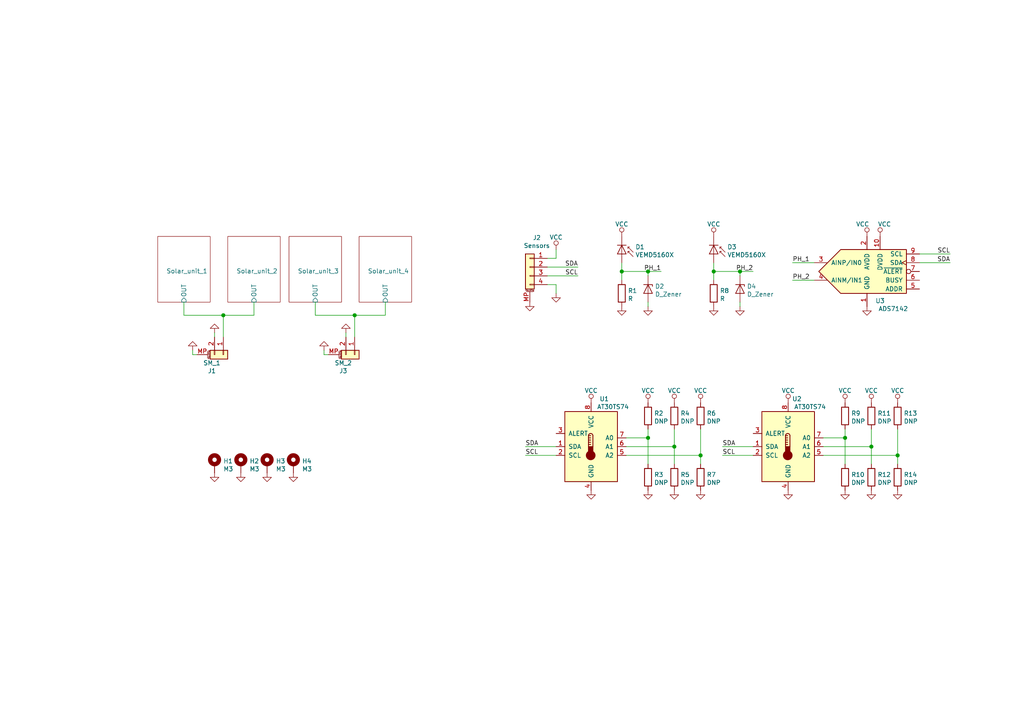
<source format=kicad_sch>
(kicad_sch (version 20210406) (generator eeschema)
  (paper "A4")
  (lib_symbols
    (symbol "Connector_Generic_MountingPin:Conn_01x02_MountingPin" (pin_names (offset 1.016) hide)
      (property "Reference" "J" (at 0 2.54 0))
      (property "Value" "Conn_01x02_MountingPin" (at 1.27 -5.08 0))
      (symbol "Conn_01x02_MountingPin_1_1"
        (text "Mounting" (at 0 -4.191 0) (effects (font (size 0.381 0.381))))
        (rectangle (start -1.27 -2.413) (end 0 -2.667) (stroke (width 0.1524)))
        (rectangle (start -1.27 0.127) (end 0 -0.127) (stroke (width 0.1524)))
        (rectangle (start -1.27 1.27) (end 1.27 -3.81) (stroke (width 0.254)) (fill (type background)))
        (polyline (pts (xy -1.016 -4.572) (xy 1.016 -4.572)) (stroke (width 0.1524)))
        (pin passive line (at -5.08 0 0) (length 3.81) (name "Pin_1") (number "1"))
        (pin passive line (at -5.08 -2.54 0) (length 3.81) (name "Pin_2") (number "2"))
        (pin passive line (at 0 -7.62 90) (length 3.048) (name "MountPin") (number "MP"))
      )
    )
    (symbol "Connector_Generic_MountingPin:Conn_01x04_MountingPin" (pin_names (offset 1.016) hide)
      (property "Reference" "J" (at 0 5.08 0))
      (property "Value" "Conn_01x04_MountingPin" (at 1.27 -7.62 0))
      (symbol "Conn_01x04_MountingPin_1_1"
        (text "Mounting" (at 0 -6.731 0) (effects (font (size 0.381 0.381))))
        (rectangle (start -1.27 -4.953) (end 0 -5.207) (stroke (width 0.1524)))
        (rectangle (start -1.27 -2.413) (end 0 -2.667) (stroke (width 0.1524)))
        (rectangle (start -1.27 0.127) (end 0 -0.127) (stroke (width 0.1524)))
        (rectangle (start -1.27 2.667) (end 0 2.413) (stroke (width 0.1524)))
        (rectangle (start -1.27 3.81) (end 1.27 -6.35) (stroke (width 0.254)) (fill (type background)))
        (polyline (pts (xy -1.016 -7.112) (xy 1.016 -7.112)) (stroke (width 0.1524)))
        (pin passive line (at -5.08 2.54 0) (length 3.81) (name "Pin_1") (number "1"))
        (pin passive line (at -5.08 0 0) (length 3.81) (name "Pin_2") (number "2"))
        (pin passive line (at -5.08 -2.54 0) (length 3.81) (name "Pin_3") (number "3"))
        (pin passive line (at -5.08 -5.08 0) (length 3.81) (name "Pin_4") (number "4"))
        (pin passive line (at 0 -10.16 90) (length 3.048) (name "MountPin") (number "MP"))
      )
    )
    (symbol "Device:D_Photo" (pin_numbers hide) (pin_names hide)
      (property "Reference" "D" (at 0.508 1.778 0))
      (property "Value" "D_Photo" (at -1.016 -2.794 0))
      (symbol "D_Photo_0_1"
        (polyline (pts (xy -2.54 1.27) (xy -2.54 -1.27)) (stroke (width 0.2032)))
        (polyline (pts (xy -2.032 1.778) (xy -1.524 1.778)))
        (polyline (pts (xy 0 0) (xy -2.54 0)))
        (polyline (pts (xy -0.508 3.302) (xy -2.032 1.778) (xy -2.032 2.286)))
        (polyline (pts (xy 0 -1.27) (xy 0 1.27) (xy -2.54 0) (xy 0 -1.27)) (stroke (width 0.2032)))
        (polyline (pts (xy 0.762 3.302) (xy -0.762 1.778) (xy -0.762 2.286) (xy -0.762 1.778) (xy -0.254 1.778)))
      )
      (symbol "D_Photo_1_1"
        (pin passive line (at -5.08 0 0) (length 2.54) (name "K") (number "1"))
        (pin passive line (at 2.54 0 180) (length 2.54) (name "A") (number "2"))
      )
    )
    (symbol "Device:D_Zener" (pin_numbers hide) (pin_names (offset 1.016) hide)
      (property "Reference" "D" (at 0 2.54 0))
      (property "Value" "D_Zener" (at 0 -2.54 0))
      (symbol "D_Zener_0_1"
        (polyline (pts (xy 1.27 0) (xy -1.27 0)))
        (polyline (pts (xy -1.27 -1.27) (xy -1.27 1.27) (xy -0.762 1.27)) (stroke (width 0.2032)))
        (polyline (pts (xy 1.27 -1.27) (xy 1.27 1.27) (xy -1.27 0) (xy 1.27 -1.27)) (stroke (width 0.2032)))
      )
      (symbol "D_Zener_1_1"
        (pin passive line (at -3.81 0 0) (length 2.54) (name "K") (number "1"))
        (pin passive line (at 3.81 0 180) (length 2.54) (name "A") (number "2"))
      )
    )
    (symbol "Device:R" (pin_numbers hide) (pin_names (offset 0))
      (property "Reference" "R" (at 2.032 0 90))
      (property "Value" "R" (at 0 0 90))
      (symbol "R_0_1"
        (rectangle (start -1.016 -2.54) (end 1.016 2.54) (stroke (width 0.254)))
      )
      (symbol "R_1_1"
        (pin passive line (at 0 3.81 270) (length 1.27) (name "~") (number "1"))
        (pin passive line (at 0 -3.81 90) (length 1.27) (name "~") (number "2"))
      )
    )
    (symbol "Mechanical:MountingHole_Pad" (pin_numbers hide) (pin_names (offset 1.016) hide)
      (property "Reference" "H" (at 0 6.35 0))
      (property "Value" "MountingHole_Pad" (at 0 4.445 0))
      (symbol "MountingHole_Pad_0_1"
        (circle (center 0 1.27) (radius 1.27) (stroke (width 1.27)))
      )
      (symbol "MountingHole_Pad_1_1"
        (pin input line (at 0 -2.54 90) (length 2.54) (name "1") (number "1"))
      )
    )
    (symbol "TCY_IC:ADS7142" (pin_names (offset 1.016))
      (property "Reference" "U" (at -7.62 -7.62 0))
      (property "Value" "ADS7142" (at 3.81 -7.62 0))
      (symbol "ADS7142_0_1"
        (polyline (pts (xy -13.97 0) (xy -7.62 6.35) (xy 11.43 6.35) (xy 11.43 -6.35) (xy -7.62 -6.35) (xy -13.97 0)) (stroke (width 0.254)) (fill (type background)))
      )
      (symbol "ADS7142_1_1"
        (pin power_in line (at 0 -10.16 90) (length 3.81) (name "GND") (number "1"))
        (pin power_in line (at 3.81 10.16 270) (length 3.81) (name "DVDD") (number "10"))
        (pin power_in line (at 0 -10.16 90) (length 3.81) hide (name "E_PAD") (number "11"))
        (pin power_in line (at 0 10.16 270) (length 3.81) (name "AVDD") (number "2"))
        (pin input line (at -15.24 2.54 0) (length 3.81) (name "AINP/IN0") (number "3"))
        (pin input line (at -15.24 -2.54 0) (length 3.81) (name "AINM/IN1") (number "4"))
        (pin input line (at 15.24 -5.08 180) (length 3.81) (name "ADDR") (number "5"))
        (pin output line (at 15.24 -2.54 180) (length 3.81) (name "BUSY") (number "6"))
        (pin output inverted (at 15.24 0 180) (length 3.81) (name "~ALERT") (number "7"))
        (pin input clock (at 15.24 2.54 180) (length 3.81) (name "SDA") (number "8"))
        (pin output line (at 15.24 5.08 180) (length 3.81) (name "SCL") (number "9"))
      )
    )
    (symbol "TCY_sensors:AT30TS74" (pin_names (offset 1.016))
      (property "Reference" "U" (at -6.35 11.43 0))
      (property "Value" "AT30TS74" (at 0 11.43 0))
      (symbol "AT30TS74_0_1"
        (arc (start 0.508 3.175) (end -0.762 3.175) (radius (at -0.127 3.175) (length 0.635) (angles 0.1 179.9)) (stroke (width 0.254)))
        (circle (center -0.127 -2.54) (radius 1.27) (stroke (width 0.254)) (fill (type outline)))
        (rectangle (start 0.508 -1.905) (end -0.762 0) (stroke (width 0.254)) (fill (type outline)))
        (rectangle (start -7.62 10.16) (end 7.62 -10.16) (stroke (width 0.254)) (fill (type background)))
        (polyline (pts (xy -0.762 0.635) (xy -0.127 0.635)) (stroke (width 0.254)))
        (polyline (pts (xy -0.762 1.27) (xy -0.127 1.27)) (stroke (width 0.254)))
        (polyline (pts (xy -0.762 1.905) (xy -0.127 1.905)) (stroke (width 0.254)))
        (polyline (pts (xy -0.762 2.54) (xy -0.127 2.54)) (stroke (width 0.254)))
        (polyline (pts (xy -0.762 3.175) (xy -0.762 0)) (stroke (width 0.254)))
        (polyline (pts (xy -0.762 3.175) (xy -0.127 3.175)) (stroke (width 0.254)))
        (polyline (pts (xy 0.508 3.175) (xy 0.508 0)) (stroke (width 0.254)))
      )
      (symbol "AT30TS74_1_1"
        (pin bidirectional line (at -10.16 0 0) (length 2.54) (name "SDA") (number "1"))
        (pin input line (at -10.16 -2.54 0) (length 2.54) (name "SCL") (number "2"))
        (pin open_collector line (at -10.16 3.81 0) (length 2.54) (name "ALERT") (number "3"))
        (pin power_in line (at 0 -12.7 90) (length 2.54) (name "GND") (number "4"))
        (pin input line (at 10.16 -2.54 180) (length 2.54) (name "A2") (number "5"))
        (pin input line (at 10.16 0 180) (length 2.54) (name "A1") (number "6"))
        (pin input line (at 10.16 2.54 180) (length 2.54) (name "A0") (number "7"))
        (pin power_in line (at 0 12.7 270) (length 2.54) (name "VCC") (number "8"))
      )
    )
    (symbol "power:GND" (power) (pin_names (offset 0))
      (property "Value" "GND" (at 0 -3.81 0))
      (symbol "GND_0_1"
        (polyline (pts (xy 0 0) (xy 0 -1.27) (xy 1.27 -1.27) (xy 0 -2.54) (xy -1.27 -1.27) (xy 0 -1.27)))
      )
      (symbol "GND_1_1"
        (pin power_in line (at 0 0 270) (length 0) hide (name "GND") (number "1"))
      )
    )
    (symbol "power:VCC" (power) (pin_names (offset 0))
      (property "Value" "VCC" (at 0 3.81 0))
      (symbol "VCC_0_1"
        (circle (center 0 1.905) (radius 0.635))
        (polyline (pts (xy 0 0) (xy 0 1.27)))
      )
      (symbol "VCC_1_1"
        (pin power_in line (at 0 0 90) (length 0) hide (name "VCC") (number "1"))
      )
    )
  )
  (junction (at 64.77 91.44) (diameter 1.016))
  (junction (at 102.87 91.44) (diameter 1.016))
  (junction (at 180.34 78.74) (diameter 1.016))
  (junction (at 187.96 78.74) (diameter 1.016))
  (junction (at 187.96 127) (diameter 1.016))
  (junction (at 195.58 129.54) (diameter 1.016))
  (junction (at 203.2 132.08) (diameter 1.016))
  (junction (at 207.01 78.74) (diameter 1.016))
  (junction (at 214.63 78.74) (diameter 1.016))
  (junction (at 245.11 127) (diameter 1.016))
  (junction (at 252.73 129.54) (diameter 1.016))
  (junction (at 260.35 132.08) (diameter 1.016))
  (wire (pts (xy 53.34 91.44) (xy 53.34 87.63)))
  (wire (pts (xy 55.88 102.87) (xy 55.88 101.6)))
  (wire (pts (xy 57.15 102.87) (xy 55.88 102.87)))
  (wire (pts (xy 62.23 97.79) (xy 62.23 96.52)))
  (wire (pts (xy 64.77 91.44) (xy 53.34 91.44)))
  (wire (pts (xy 64.77 91.44) (xy 73.66 91.44)))
  (wire (pts (xy 64.77 97.79) (xy 64.77 91.44)))
  (wire (pts (xy 73.66 91.44) (xy 73.66 87.63)))
  (wire (pts (xy 91.44 91.44) (xy 91.44 87.63)))
  (wire (pts (xy 93.98 102.87) (xy 93.98 101.6)))
  (wire (pts (xy 95.25 102.87) (xy 93.98 102.87)))
  (wire (pts (xy 100.33 97.79) (xy 100.33 96.52)))
  (wire (pts (xy 102.87 91.44) (xy 91.44 91.44)))
  (wire (pts (xy 102.87 97.79) (xy 102.87 91.44)))
  (wire (pts (xy 111.76 87.63) (xy 111.76 91.44)))
  (wire (pts (xy 111.76 91.44) (xy 102.87 91.44)))
  (wire (pts (xy 158.75 74.93) (xy 161.29 74.93)))
  (wire (pts (xy 158.75 77.47) (xy 167.64 77.47)))
  (wire (pts (xy 158.75 80.01) (xy 167.64 80.01)))
  (wire (pts (xy 158.75 82.55) (xy 161.29 82.55)))
  (wire (pts (xy 161.29 74.93) (xy 161.29 72.39)))
  (wire (pts (xy 161.29 82.55) (xy 161.29 85.09)))
  (wire (pts (xy 161.29 129.54) (xy 152.4 129.54)))
  (wire (pts (xy 161.29 132.08) (xy 152.4 132.08)))
  (wire (pts (xy 180.34 76.2) (xy 180.34 78.74)))
  (wire (pts (xy 180.34 78.74) (xy 180.34 81.28)))
  (wire (pts (xy 180.34 78.74) (xy 187.96 78.74)))
  (wire (pts (xy 181.61 127) (xy 187.96 127)))
  (wire (pts (xy 181.61 129.54) (xy 195.58 129.54)))
  (wire (pts (xy 181.61 132.08) (xy 203.2 132.08)))
  (wire (pts (xy 187.96 78.74) (xy 187.96 80.01)))
  (wire (pts (xy 187.96 78.74) (xy 191.77 78.74)))
  (wire (pts (xy 187.96 87.63) (xy 187.96 88.9)))
  (wire (pts (xy 187.96 124.46) (xy 187.96 127)))
  (wire (pts (xy 187.96 127) (xy 187.96 134.62)))
  (wire (pts (xy 195.58 124.46) (xy 195.58 129.54)))
  (wire (pts (xy 195.58 129.54) (xy 195.58 134.62)))
  (wire (pts (xy 203.2 124.46) (xy 203.2 132.08)))
  (wire (pts (xy 203.2 132.08) (xy 203.2 134.62)))
  (wire (pts (xy 207.01 76.2) (xy 207.01 78.74)))
  (wire (pts (xy 207.01 78.74) (xy 207.01 81.28)))
  (wire (pts (xy 207.01 78.74) (xy 214.63 78.74)))
  (wire (pts (xy 214.63 78.74) (xy 214.63 80.01)))
  (wire (pts (xy 214.63 78.74) (xy 218.44 78.74)))
  (wire (pts (xy 214.63 87.63) (xy 214.63 88.9)))
  (wire (pts (xy 218.44 129.54) (xy 209.55 129.54)))
  (wire (pts (xy 218.44 132.08) (xy 209.55 132.08)))
  (wire (pts (xy 229.87 76.2) (xy 236.22 76.2)))
  (wire (pts (xy 229.87 81.28) (xy 236.22 81.28)))
  (wire (pts (xy 238.76 127) (xy 245.11 127)))
  (wire (pts (xy 238.76 129.54) (xy 252.73 129.54)))
  (wire (pts (xy 238.76 132.08) (xy 260.35 132.08)))
  (wire (pts (xy 245.11 124.46) (xy 245.11 127)))
  (wire (pts (xy 245.11 127) (xy 245.11 134.62)))
  (wire (pts (xy 252.73 124.46) (xy 252.73 129.54)))
  (wire (pts (xy 252.73 129.54) (xy 252.73 134.62)))
  (wire (pts (xy 260.35 124.46) (xy 260.35 132.08)))
  (wire (pts (xy 260.35 132.08) (xy 260.35 134.62)))
  (wire (pts (xy 266.7 73.66) (xy 275.59 73.66)))
  (wire (pts (xy 266.7 76.2) (xy 275.59 76.2)))
  (label "SDA" (at 152.4 129.54 0))
  (label "SCL" (at 152.4 132.08 0))
  (label "SDA" (at 167.64 77.47 180))
  (label "SCL" (at 167.64 80.01 180))
  (label "PH_1" (at 191.77 78.74 180))
  (label "SDA" (at 209.55 129.54 0))
  (label "SCL" (at 209.55 132.08 0))
  (label "PH_2" (at 218.44 78.74 180))
  (label "PH_1" (at 229.87 76.2 0))
  (label "PH_2" (at 229.87 81.28 0))
  (label "SCL" (at 275.59 73.66 180))
  (label "SDA" (at 275.59 76.2 180))
  (symbol (lib_id "power:VCC") (at 161.29 72.39 0) (unit 1)
    (property "Reference" "#PWR0101" (effects hide))
    (property "Value" "VCC" (at 161.29 68.8426 0))
  )
  (symbol (lib_id "power:VCC") (at 171.45 116.84 0) (unit 1)
    (property "Reference" "#PWR0110" (effects hide))
    (property "Value" "VCC" (at 171.45 113.2926 0))
  )
  (symbol (lib_id "power:VCC") (at 180.34 68.58 0) (unit 1)
    (property "Reference" "#PWR0108" (effects hide))
    (property "Value" "VCC" (at 180.34 65.0326 0))
  )
  (symbol (lib_id "power:VCC") (at 187.96 116.84 0) (unit 1)
    (property "Reference" "#PWR0128" (effects hide))
    (property "Value" "VCC" (at 187.96 113.2926 0))
  )
  (symbol (lib_id "power:VCC") (at 195.58 116.84 0) (unit 1)
    (property "Reference" "#PWR0127" (effects hide))
    (property "Value" "VCC" (at 195.58 113.2926 0))
  )
  (symbol (lib_id "power:VCC") (at 203.2 116.84 0) (unit 1)
    (property "Reference" "#PWR0129" (effects hide))
    (property "Value" "VCC" (at 203.2 113.2926 0))
  )
  (symbol (lib_id "power:VCC") (at 207.01 68.58 0) (unit 1)
    (property "Reference" "#PWR0111" (effects hide))
    (property "Value" "VCC" (at 207.01 65.0326 0))
  )
  (symbol (lib_id "power:VCC") (at 228.6 116.84 0) (unit 1)
    (property "Reference" "#PWR0126" (effects hide))
    (property "Value" "VCC" (at 228.6 113.2926 0))
  )
  (symbol (lib_id "power:VCC") (at 245.11 116.84 0) (unit 1)
    (property "Reference" "#PWR0124" (effects hide))
    (property "Value" "VCC" (at 245.11 113.2926 0))
  )
  (symbol (lib_id "power:VCC") (at 251.46 68.58 0) (unit 1)
    (property "Reference" "#PWR0121" (effects hide))
    (property "Value" "VCC" (at 250.19 65.0326 0))
  )
  (symbol (lib_id "power:VCC") (at 252.73 116.84 0) (unit 1)
    (property "Reference" "#PWR0125" (effects hide))
    (property "Value" "VCC" (at 252.73 113.2926 0))
  )
  (symbol (lib_id "power:VCC") (at 255.27 68.58 0) (unit 1)
    (property "Reference" "#PWR0120" (effects hide))
    (property "Value" "VCC" (at 256.54 65.0326 0))
  )
  (symbol (lib_id "power:VCC") (at 260.35 116.84 0) (unit 1)
    (property "Reference" "#PWR0123" (effects hide))
    (property "Value" "VCC" (at 260.35 113.2926 0))
  )
  (symbol (lib_id "power:GND") (at 55.88 101.6 180) (unit 1)
    (property "Reference" "#PWR0119" (effects hide))
    (property "Value" "GND" (effects hide))
  )
  (symbol (lib_id "power:GND") (at 62.23 96.52 180) (unit 1)
    (property "Reference" "#PWR0116" (effects hide))
    (property "Value" "GND" (effects hide))
  )
  (symbol (lib_id "power:GND") (at 62.23 137.16 0) (unit 1)
    (property "Reference" "#PWR0104" (effects hide))
    (property "Value" "GND" (effects hide))
  )
  (symbol (lib_id "power:GND") (at 69.85 137.16 0) (unit 1)
    (property "Reference" "#PWR0105" (effects hide))
    (property "Value" "GND" (effects hide))
  )
  (symbol (lib_id "power:GND") (at 77.47 137.16 0) (unit 1)
    (property "Reference" "#PWR0106" (effects hide))
    (property "Value" "GND" (effects hide))
  )
  (symbol (lib_id "power:GND") (at 85.09 137.16 0) (unit 1)
    (property "Reference" "#PWR0107" (effects hide))
    (property "Value" "GND" (effects hide))
  )
  (symbol (lib_id "power:GND") (at 93.98 101.6 180) (unit 1)
    (property "Reference" "#PWR0117" (effects hide))
    (property "Value" "GND" (effects hide))
  )
  (symbol (lib_id "power:GND") (at 100.33 96.52 180) (unit 1)
    (property "Reference" "#PWR0118" (effects hide))
    (property "Value" "GND" (effects hide))
  )
  (symbol (lib_id "power:GND") (at 153.67 87.63 0) (unit 1)
    (property "Reference" "#PWR0103" (effects hide))
    (property "Value" "GND" (effects hide))
  )
  (symbol (lib_id "power:GND") (at 161.29 85.09 0) (unit 1)
    (property "Reference" "#PWR0102" (effects hide))
    (property "Value" "GND" (effects hide))
  )
  (symbol (lib_id "power:GND") (at 171.45 142.24 0) (unit 1)
    (property "Reference" "#PWR0109" (effects hide))
    (property "Value" "GND" (effects hide))
  )
  (symbol (lib_id "power:GND") (at 180.34 88.9 0) (unit 1)
    (property "Reference" "#PWR0113" (effects hide))
    (property "Value" "GND" (effects hide))
  )
  (symbol (lib_id "power:GND") (at 187.96 88.9 0) (unit 1)
    (property "Reference" "#PWR0112" (effects hide))
    (property "Value" "GND" (effects hide))
  )
  (symbol (lib_id "power:GND") (at 187.96 142.24 0) (unit 1)
    (property "Reference" "#PWR0135" (effects hide))
    (property "Value" "GND" (effects hide))
  )
  (symbol (lib_id "power:GND") (at 195.58 142.24 0) (unit 1)
    (property "Reference" "#PWR0136" (effects hide))
    (property "Value" "GND" (effects hide))
  )
  (symbol (lib_id "power:GND") (at 203.2 142.24 0) (unit 1)
    (property "Reference" "#PWR0131" (effects hide))
    (property "Value" "GND" (effects hide))
  )
  (symbol (lib_id "power:GND") (at 207.01 88.9 0) (unit 1)
    (property "Reference" "#PWR0114" (effects hide))
    (property "Value" "GND" (effects hide))
  )
  (symbol (lib_id "power:GND") (at 214.63 88.9 0) (unit 1)
    (property "Reference" "#PWR0115" (effects hide))
    (property "Value" "GND" (effects hide))
  )
  (symbol (lib_id "power:GND") (at 228.6 142.24 0) (unit 1)
    (property "Reference" "#PWR0132" (effects hide))
    (property "Value" "GND" (effects hide))
  )
  (symbol (lib_id "power:GND") (at 245.11 142.24 0) (unit 1)
    (property "Reference" "#PWR0133" (effects hide))
    (property "Value" "GND" (effects hide))
  )
  (symbol (lib_id "power:GND") (at 251.46 88.9 0) (unit 1)
    (property "Reference" "#PWR0122" (effects hide))
    (property "Value" "GND" (effects hide))
  )
  (symbol (lib_id "power:GND") (at 252.73 142.24 0) (unit 1)
    (property "Reference" "#PWR0134" (effects hide))
    (property "Value" "GND" (effects hide))
  )
  (symbol (lib_id "power:GND") (at 260.35 142.24 0) (unit 1)
    (property "Reference" "#PWR0130" (effects hide))
    (property "Value" "GND" (effects hide))
  )
  (symbol (lib_id "Device:R") (at 180.34 85.09 0) (unit 1)
    (property "Reference" "R1" (at 182.1181 84.3291 0) (effects (justify left)))
    (property "Value" "R" (at 182.1181 86.6278 0) (effects (justify left)))
    (property "Footprint" "Resistor_SMD:R_0603_1608Metric" (effects hide))
  )
  (symbol (lib_id "Device:R") (at 187.96 120.65 0) (unit 1)
    (property "Reference" "R2" (at 189.7381 119.8891 0) (effects (justify left)))
    (property "Value" "DNP" (at 189.7381 122.1878 0) (effects (justify left)))
    (property "Footprint" "Resistor_SMD:R_0603_1608Metric" (effects hide))
  )
  (symbol (lib_id "Device:R") (at 187.96 138.43 0) (unit 1)
    (property "Reference" "R3" (at 189.7381 137.6691 0) (effects (justify left)))
    (property "Value" "DNP" (at 189.7381 139.9678 0) (effects (justify left)))
    (property "Footprint" "Resistor_SMD:R_0603_1608Metric" (effects hide))
  )
  (symbol (lib_id "Device:R") (at 195.58 120.65 0) (unit 1)
    (property "Reference" "R4" (at 197.3581 119.8891 0) (effects (justify left)))
    (property "Value" "DNP" (at 197.3581 122.1878 0) (effects (justify left)))
    (property "Footprint" "Resistor_SMD:R_0603_1608Metric" (effects hide))
  )
  (symbol (lib_id "Device:R") (at 195.58 138.43 0) (unit 1)
    (property "Reference" "R5" (at 197.3581 137.6691 0) (effects (justify left)))
    (property "Value" "DNP" (at 197.3581 139.9678 0) (effects (justify left)))
    (property "Footprint" "Resistor_SMD:R_0603_1608Metric" (effects hide))
  )
  (symbol (lib_id "Device:R") (at 203.2 120.65 0) (unit 1)
    (property "Reference" "R6" (at 204.9781 119.8891 0) (effects (justify left)))
    (property "Value" "DNP" (at 204.9781 122.1878 0) (effects (justify left)))
    (property "Footprint" "Resistor_SMD:R_0603_1608Metric" (effects hide))
  )
  (symbol (lib_id "Device:R") (at 203.2 138.43 0) (unit 1)
    (property "Reference" "R7" (at 204.9781 137.6691 0) (effects (justify left)))
    (property "Value" "DNP" (at 204.9781 139.9678 0) (effects (justify left)))
    (property "Footprint" "Resistor_SMD:R_0603_1608Metric" (effects hide))
  )
  (symbol (lib_id "Device:R") (at 207.01 85.09 0) (unit 1)
    (property "Reference" "R8" (at 208.7881 84.3291 0) (effects (justify left)))
    (property "Value" "R" (at 208.7881 86.6278 0) (effects (justify left)))
    (property "Footprint" "Resistor_SMD:R_0603_1608Metric" (effects hide))
  )
  (symbol (lib_id "Device:R") (at 245.11 120.65 0) (unit 1)
    (property "Reference" "R9" (at 246.8881 119.8891 0) (effects (justify left)))
    (property "Value" "DNP" (at 246.8881 122.1878 0) (effects (justify left)))
    (property "Footprint" "Resistor_SMD:R_0603_1608Metric" (effects hide))
  )
  (symbol (lib_id "Device:R") (at 245.11 138.43 0) (unit 1)
    (property "Reference" "R10" (at 246.8881 137.6691 0) (effects (justify left)))
    (property "Value" "DNP" (at 246.8881 139.9678 0) (effects (justify left)))
    (property "Footprint" "Resistor_SMD:R_0603_1608Metric" (effects hide))
  )
  (symbol (lib_id "Device:R") (at 252.73 120.65 0) (unit 1)
    (property "Reference" "R11" (at 254.5081 119.8891 0) (effects (justify left)))
    (property "Value" "DNP" (at 254.5081 122.1878 0) (effects (justify left)))
    (property "Footprint" "Resistor_SMD:R_0603_1608Metric" (effects hide))
  )
  (symbol (lib_id "Device:R") (at 252.73 138.43 0) (unit 1)
    (property "Reference" "R12" (at 254.5081 137.6691 0) (effects (justify left)))
    (property "Value" "DNP" (at 254.5081 139.9678 0) (effects (justify left)))
    (property "Footprint" "Resistor_SMD:R_0603_1608Metric" (effects hide))
  )
  (symbol (lib_id "Device:R") (at 260.35 120.65 0) (unit 1)
    (property "Reference" "R13" (at 262.1281 119.8891 0) (effects (justify left)))
    (property "Value" "DNP" (at 262.1281 122.1878 0) (effects (justify left)))
    (property "Footprint" "Resistor_SMD:R_0603_1608Metric" (effects hide))
  )
  (symbol (lib_id "Device:R") (at 260.35 138.43 0) (unit 1)
    (property "Reference" "R14" (at 262.1281 137.6691 0) (effects (justify left)))
    (property "Value" "DNP" (at 262.1281 139.9678 0) (effects (justify left)))
    (property "Footprint" "Resistor_SMD:R_0603_1608Metric" (effects hide))
  )
  (symbol (lib_id "Device:D_Zener") (at 187.96 83.82 270) (unit 1)
    (property "Reference" "D2" (at 189.9667 83.0591 90) (effects (justify left)))
    (property "Value" "D_Zener" (at 189.9667 85.3578 90) (effects (justify left)))
  )
  (symbol (lib_id "Device:D_Zener") (at 214.63 83.82 270) (unit 1)
    (property "Reference" "D4" (at 216.6367 83.0591 90) (effects (justify left)))
    (property "Value" "D_Zener" (at 216.6367 85.3578 90) (effects (justify left)))
  )
  (symbol (lib_id "Mechanical:MountingHole_Pad") (at 62.23 134.62 0) (unit 1)
    (property "Reference" "H1" (at 64.7701 133.7321 0) (effects (justify left)))
    (property "Value" "M3" (at 64.7701 136.0308 0) (effects (justify left)))
    (property "Footprint" "MountingHole:MountingHole_3.2mm_M3_Pad_Via" (effects hide))
  )
  (symbol (lib_id "Mechanical:MountingHole_Pad") (at 69.85 134.62 0) (unit 1)
    (property "Reference" "H2" (at 72.3901 133.7321 0) (effects (justify left)))
    (property "Value" "M3" (at 72.3901 136.0308 0) (effects (justify left)))
    (property "Footprint" "MountingHole:MountingHole_3.2mm_M3_Pad_Via" (effects hide))
  )
  (symbol (lib_id "Mechanical:MountingHole_Pad") (at 77.47 134.62 0) (unit 1)
    (property "Reference" "H3" (at 80.0101 133.7321 0) (effects (justify left)))
    (property "Value" "M3" (at 80.0101 136.0308 0) (effects (justify left)))
    (property "Footprint" "MountingHole:MountingHole_3.2mm_M3_Pad_Via" (effects hide))
  )
  (symbol (lib_id "Mechanical:MountingHole_Pad") (at 85.09 134.62 0) (unit 1)
    (property "Reference" "H4" (at 87.6301 133.7321 0) (effects (justify left)))
    (property "Value" "M3" (at 87.6301 136.0308 0) (effects (justify left)))
    (property "Footprint" "MountingHole:MountingHole_3.2mm_M3_Pad_Via" (effects hide))
  )
  (symbol (lib_id "Device:D_Photo") (at 180.34 73.66 270) (unit 1)
    (property "Reference" "D1" (at 184.2771 71.6291 90) (effects (justify left)))
    (property "Value" "VEMD5160X" (at 184.2771 73.9278 90) (effects (justify left)))
  )
  (symbol (lib_id "Device:D_Photo") (at 207.01 73.66 270) (unit 1)
    (property "Reference" "D3" (at 210.9471 71.6291 90) (effects (justify left)))
    (property "Value" "VEMD5160X" (at 210.9471 73.9278 90) (effects (justify left)))
  )
  (symbol (lib_id "Connector_Generic_MountingPin:Conn_01x02_MountingPin") (at 64.77 102.87 270) (unit 1)
    (property "Reference" "J1" (at 61.468 107.5732 90))
    (property "Value" "SM_1" (at 61.468 105.2745 90))
    (property "Footprint" "TCY_connectors:Amphenol_10114830-11102LF_1x02_P1.25mm_Horizontal" (effects hide))
  )
  (symbol (lib_id "Connector_Generic_MountingPin:Conn_01x02_MountingPin") (at 102.87 102.87 270) (unit 1)
    (property "Reference" "J3" (at 99.568 107.5732 90))
    (property "Value" "SM_2" (at 99.568 105.2745 90))
    (property "Footprint" "TCY_connectors:Amphenol_10114830-11102LF_1x02_P1.25mm_Horizontal" (effects hide))
  )
  (symbol (lib_id "Connector_Generic_MountingPin:Conn_01x04_MountingPin") (at 153.67 77.47 0) (mirror y) (unit 1)
    (property "Reference" "J2" (at 155.702 68.9568 0))
    (property "Value" "Sensors" (at 155.702 71.2555 0))
    (property "Footprint" "TCY_connectors:Amphenol_10114830-11103LF_1x04_P1.25mm_Horizontal" (effects hide))
  )
  (symbol (lib_id "TCY_sensors:AT30TS74") (at 171.45 129.54 0) (unit 1)
    (property "Reference" "U1" (at 175.26 115.6928 0))
    (property "Value" "AT30TS74" (at 177.8 117.9915 0))
    (property "Footprint" "Package_DFN_QFN:DFN-8-1EP_3x2mm_P0.5mm_EP1.3x1.5mm" (effects hide))
    (property "Datasheet" "http://ww1.microchip.com/downloads/en/DeviceDoc/Web_AT30TS74_0217.pdf" (effects hide))
  )
  (symbol (lib_id "TCY_sensors:AT30TS74") (at 228.6 129.54 0) (unit 1)
    (property "Reference" "U2" (at 231.14 115.6928 0))
    (property "Value" "AT30TS74" (at 234.95 117.9915 0))
    (property "Footprint" "Package_DFN_QFN:DFN-8-1EP_3x2mm_P0.5mm_EP1.3x1.5mm" (effects hide))
    (property "Datasheet" "http://ww1.microchip.com/downloads/en/DeviceDoc/Web_AT30TS74_0217.pdf" (effects hide))
  )
  (symbol (lib_id "TCY_IC:ADS7142") (at 251.46 78.74 0) (unit 1)
    (property "Reference" "U3" (at 255.27 87.2554 0))
    (property "Value" "ADS7142" (at 259.08 89.5541 0))
    (property "Footprint" "Package_DFN_QFN:DFN-10-1EP_2x3mm_P0.5mm_EP0.64x2.4mm" (effects hide))
    (property "Datasheet" "https://www.ti.com/lit/ds/symlink/ads7142-q1.pdf" (effects hide))
  )
  (sheet (at 45.72 68.58) (size 15.24 19.05) (stroke (width 0.0006))
    (property "Název listu" "Solar_unit_1" (at 48.26 79.3743 0) (effects (justify left bottom)))
    (property "Soubor listu" "Solar_unit.kicad_sch" (effects hide))
    (pin "OUT" input (at 53.34 87.63 270))
  )
  (sheet (at 66.04 68.58) (size 15.24 19.05) (stroke (width 0.0006))
    (property "Název listu" "Solar_unit_2" (at 68.58 79.3743 0) (effects (justify left bottom)))
    (property "Soubor listu" "Solar_unit.kicad_sch" (effects hide))
    (pin "OUT" input (at 73.66 87.63 270))
  )
  (sheet (at 83.82 68.58) (size 15.24 19.05) (stroke (width 0.0006))
    (property "Název listu" "Solar_unit_3" (at 86.36 79.3743 0) (effects (justify left bottom)))
    (property "Soubor listu" "Solar_unit.kicad_sch" (effects hide))
    (pin "OUT" input (at 91.44 87.63 270))
  )
  (sheet (at 104.14 68.58) (size 15.24 19.05) (stroke (width 0.0006))
    (property "Název listu" "Solar_unit_4" (at 106.68 79.3743 0) (effects (justify left bottom)))
    (property "Soubor listu" "Solar_unit.kicad_sch" (effects hide))
    (pin "OUT" input (at 111.76 87.63 270))
  )
)
</source>
